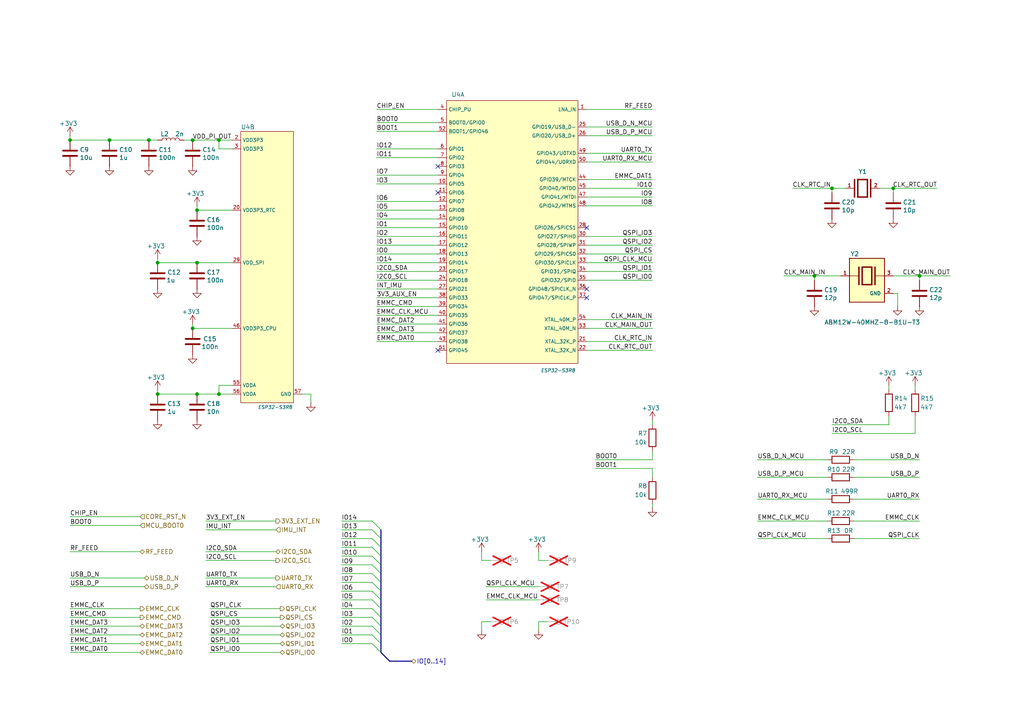
<source format=kicad_sch>
(kicad_sch (version 20250114) (generator "eeschema") (generator_version "9.0")
  (paper "A4")
  (lib_symbols
    (symbol "ADA_lib:ESP32-S3FH4R2"
      (property "Reference" "U" (at -17.272 40.132 0))
      (property "Value" "ESP32-S3FH4R2" (at 11.43 -41.91 0))
      (symbol "ESP32-S3FH4R2_1_0"
        (pin input line (at -21.59 35.56 0) (length 2.54) (name "CHIP_PU") (number "4"))
        (pin bidirectional line (at -21.59 31.75 0) (length 2.54) (name "BOOT0/GPIO0") (number "5"))
        (pin bidirectional line (at -21.59 29.21 0) (length 2.54) (name "BOOT1/GPIO46") (number "52"))
        (pin bidirectional line (at -21.59 24.13 0) (length 2.54) (name "GPIO1") (number "6"))
        (pin bidirectional line (at -21.59 21.59 0) (length 2.54) (name "GPIO2") (number "7"))
        (pin bidirectional line (at -21.59 19.05 0) (length 2.54) (name "GPIO3") (number "8"))
        (pin bidirectional line (at -21.59 16.51 0) (length 2.54) (name "GPIO4") (number "9"))
        (pin bidirectional line (at -21.59 13.97 0) (length 2.54) (name "GPIO5") (number "10"))
        (pin bidirectional line (at -21.59 11.43 0) (length 2.54) (name "GPIO6") (number "11"))
        (pin bidirectional line (at -21.59 8.89 0) (length 2.54) (name "GPIO7") (number "12"))
        (pin bidirectional line (at -21.59 6.35 0) (length 2.54) (name "GPIO8") (number "13"))
        (pin bidirectional line (at -21.59 3.81 0) (length 2.54) (name "GPIO9") (number "14"))
        (pin bidirectional line (at -21.59 1.27 0) (length 2.54) (name "GPIO10") (number "15"))
        (pin bidirectional line (at -21.59 -1.27 0) (length 2.54) (name "GPIO11") (number "16"))
        (pin bidirectional line (at -21.59 -3.81 0) (length 2.54) (name "GPIO12") (number "17"))
        (pin bidirectional line (at -21.59 -6.35 0) (length 2.54) (name "GPIO13") (number "18"))
        (pin bidirectional line (at -21.59 -8.89 0) (length 2.54) (name "GPIO14") (number "19"))
        (pin bidirectional line (at -21.59 -11.43 0) (length 2.54) (name "GPIO17") (number "23"))
        (pin bidirectional line (at -21.59 -13.97 0) (length 2.54) (name "GPIO18") (number "24"))
        (pin bidirectional line (at -21.59 -16.51 0) (length 2.54) (name "GPIO21") (number "27"))
        (pin bidirectional line (at -21.59 -19.05 0) (length 2.54) (name "GPIO33") (number "38"))
        (pin bidirectional line (at -21.59 -21.59 0) (length 2.54) (name "GPIO34") (number "39"))
        (pin bidirectional line (at -21.59 -24.13 0) (length 2.54) (name "GPIO35") (number "40"))
        (pin bidirectional line (at -21.59 -26.67 0) (length 2.54) (name "GPIO36") (number "41"))
        (pin bidirectional line (at -21.59 -29.21 0) (length 2.54) (name "GPIO37") (number "42"))
        (pin bidirectional line (at -21.59 -31.75 0) (length 2.54) (name "GPIO38") (number "43"))
        (pin bidirectional line (at -21.59 -34.29 0) (length 2.54) (name "GPIO45") (number "51"))
        (pin bidirectional line (at 21.59 35.56 180) (length 2.54) (name "LNA_IN") (number "1"))
        (pin bidirectional line (at 21.59 30.48 180) (length 2.54) (name "GPIO19/USB_D-") (number "25"))
        (pin bidirectional line (at 21.59 27.94 180) (length 2.54) (name "GPIO20/USB_D+") (number "26"))
        (pin bidirectional line (at 21.59 22.86 180) (length 2.54) (name "GPIO43/U0TXD") (number "49"))
        (pin bidirectional line (at 21.59 20.32 180) (length 2.54) (name "GPIO44/U0RXD") (number "50"))
        (pin bidirectional line (at 21.59 15.24 180) (length 2.54) (name "GPIO39/MTCK") (number "44"))
        (pin bidirectional line (at 21.59 12.7 180) (length 2.54) (name "GPIO40/MTDO") (number "45"))
        (pin bidirectional line (at 21.59 10.16 180) (length 2.54) (name "GPIO41/MTDI") (number "47"))
        (pin bidirectional line (at 21.59 7.62 180) (length 2.54) (name "GPIO42/MTMS") (number "48"))
        (pin bidirectional line (at 21.59 1.27 180) (length 2.54) (name "GPIO26/SPICS1") (number "28"))
        (pin bidirectional line (at 21.59 -1.27 180) (length 2.54) (name "GPIO27/SPIHD") (number "30"))
        (pin bidirectional line (at 21.59 -3.81 180) (length 2.54) (name "GPIO28/SPIWP") (number "31"))
        (pin bidirectional line (at 21.59 -6.35 180) (length 2.54) (name "GPIO29/SPICS0") (number "32"))
        (pin bidirectional line (at 21.59 -8.89 180) (length 2.54) (name "GPIO30/SPICLK") (number "33"))
        (pin bidirectional line (at 21.59 -11.43 180) (length 2.54) (name "GPIO31/SPIQ") (number "34"))
        (pin bidirectional line (at 21.59 -13.97 180) (length 2.54) (name "GPIO32/SPID") (number "35"))
        (pin bidirectional line (at 21.59 -16.51 180) (length 2.54) (name "GPIO48/SPICLK_N") (number "36"))
        (pin bidirectional line (at 21.59 -19.05 180) (length 2.54) (name "GPIO47/SPICLK_P") (number "37"))
        (pin input line (at 21.59 -25.4 180) (length 2.54) (name "XTAL_40M_P") (number "54"))
        (pin output line (at 21.59 -27.94 180) (length 2.54) (name "XTAL_40M_N") (number "53"))
        (pin bidirectional line (at 21.59 -31.75 180) (length 2.54) (name "XTAL_32K_P") (number "21"))
        (pin bidirectional line (at 21.59 -34.29 180) (length 2.54) (name "XTAL_32K_N") (number "22"))
      )
      (symbol "ESP32-S3FH4R2_1_1"
        (rectangle (start -19.05 38.1) (end 19.05 -38.1) (fill (type background)))
      )
      (symbol "ESP32-S3FH4R2_2_0"
        (pin power_in line (at -10.16 36.83 0) (length 2.54) (name "VDD3P3") (number "2"))
        (pin power_in line (at -10.16 34.29 0) (length 2.54) (name "VDD3P3") (number "3"))
        (pin power_in line (at -10.16 16.51 0) (length 2.54) (name "VDD3P3_RTC") (number "20"))
        (pin power_in line (at -10.16 1.27 0) (length 2.54) (name "VDD_SPI") (number "29"))
        (pin power_in line (at -10.16 -17.78 0) (length 2.54) (name "VDD3P3_CPU") (number "46"))
        (pin power_in line (at -10.16 -34.29 0) (length 2.54) (name "VDDA") (number "55"))
        (pin power_in line (at -10.16 -36.83 0) (length 2.54) (name "VDDA") (number "56"))
        (pin power_in line (at 10.16 -36.83 180) (length 2.54) (name "GND") (number "57"))
      )
      (symbol "ESP32-S3FH4R2_2_1"
        (rectangle (start -7.62 39.37) (end 7.62 -39.37) (fill (type background)))
      )
    )
    (symbol "Device:C" (pin_numbers (hide yes)) (pin_names (offset 0.254))
      (property "Reference" "C" (at 0.635 2.54 0))
      (property "Value" "C" (at 0.635 -2.54 0))
      (symbol "C_0_1"
        (polyline (pts (xy -2.032 0.762) (xy 2.032 0.762)) (stroke (width 0.508)))
        (polyline (pts (xy -2.032 -0.762) (xy 2.032 -0.762)) (stroke (width 0.508)))
      )
      (symbol "C_1_1"
        (pin passive line (at 0 3.81 270) (length 2.794) (name "~") (number "1"))
        (pin passive line (at 0 -3.81 90) (length 2.794) (name "~") (number "2"))
      )
    )
    (symbol "Device:L" (pin_numbers (hide yes)) (pin_names (offset 1.016) (hide yes))
      (property "Reference" "L" (at -1.27 0 90))
      (property "Value" "L" (at 1.905 0 90))
      (symbol "L_0_1"
        (arc (start 0 2.54) (mid 0.6323 1.905) (end 0 1.27))
        (arc (start 0 1.27) (mid 0.6323 0.635) (end 0 0))
        (arc (start 0 0) (mid 0.6323 -0.635) (end 0 -1.27))
        (arc (start 0 -1.27) (mid 0.6323 -1.905) (end 0 -2.54))
      )
      (symbol "L_1_1"
        (pin passive line (at 0 3.81 270) (length 1.27) (name "1") (number "1"))
        (pin passive line (at 0 -3.81 90) (length 1.27) (name "2") (number "2"))
      )
    )
    (symbol "Device:R" (pin_numbers (hide yes)) (pin_names (offset 0))
      (property "Reference" "R" (at 2.032 0 90))
      (property "Value" "R" (at 0 0 90))
      (symbol "R_0_1"
        (rectangle (start -1.016 -2.54) (end 1.016 2.54) (stroke (width 0.254)))
      )
      (symbol "R_1_1"
        (pin passive line (at 0 3.81 270) (length 1.27) (name "~") (number "1"))
        (pin passive line (at 0 -3.81 90) (length 1.27) (name "~") (number "2"))
      )
    )
    (symbol "ModLib:+3V3" (power) (pin_numbers (hide yes)) (pin_names (offset 0) (hide yes))
      (property "Value" "+3V3" (at -0.508 3.556 0))
      (symbol "+3V3_0_1"
        (polyline (pts (xy -0.762 1.27) (xy 0 2.54)))
        (polyline (pts (xy 0 2.54) (xy 0.762 1.27)))
        (polyline (pts (xy 0 0) (xy 0 2.54)))
      )
      (symbol "+3V3_1_1"
        (pin power_in line (at 0 0 90) (length 0) (name "~") (number "1"))
      )
    )
    (symbol "ModLib:GND" (power) (pin_numbers (hide yes)) (pin_names (offset 0) (hide yes))
      (symbol "GND_0_1"
        (polyline (pts (xy 0 0) (xy 0 -1.27) (xy 1.27 -1.27) (xy 0 -2.54) (xy -1.27 -1.27) (xy 0 -1.27)))
      )
      (symbol "GND_1_1"
        (pin power_in line (at 0 0 270) (length 0) (name "~") (number "1"))
      )
    )
    (symbol "ModWorksSymbols:ABM12W-40.0000MHZ-8-B1U-T3" (pin_names (offset 1.016))
      (property "Reference" "Y" (at -5.0878 6.3559 0))
      (property "Value" "ABM12W-40.0000MHZ-8-B1U-T3" (at -11.938 -10.668 0))
      (symbol "ABM12W-40.0000MHZ-8-B1U-T3_0_0"
        (polyline (pts (xy -5.08 0) (xy -2.54 0)) (stroke (width 0.1524)))
        (rectangle (start -5.08 -7.62) (end 5.08 5.08) (stroke (width 0.254)) (fill (type background)))
        (polyline (pts (xy -2.3368 2.54) (xy -2.3368 -2.54)) (stroke (width 0.4064)))
        (polyline (pts (xy -1.397 2.54) (xy -1.397 -2.54)) (stroke (width 0.4064)))
        (polyline (pts (xy -1.397 2.54) (xy 1.397 2.54)) (stroke (width 0.4064)))
        (polyline (pts (xy 1.397 2.54) (xy 1.397 -2.54)) (stroke (width 0.4064)))
        (polyline (pts (xy 1.397 -2.54) (xy -1.397 -2.54)) (stroke (width 0.4064)))
        (polyline (pts (xy 2.3368 2.54) (xy 2.3368 -2.54)) (stroke (width 0.4064)))
        (polyline (pts (xy 2.54 0) (xy 5.08 0)) (stroke (width 0.1524)))
        (pin passive line (at -7.62 0 0) (length 2.54) (name "~") (number "1"))
        (pin passive line (at 7.62 0 180) (length 2.54) (name "~") (number "3"))
        (pin power_in line (at 7.62 -5.08 180) (length 2.54) (name "GND") (number "2"))
        (pin power_in line (at 7.62 -5.08 180) (length 2.54) (hide yes) (name "GND__1") (number "4"))
      )
    )
    (symbol "ModWorksSymbols:ABS07-32.768KHZ-T" (pin_names (offset 1.016))
      (property "Reference" "Y" (at -5.0878 3.8159 0))
      (property "Value" "ABS07-32.768KHZ-T" (at -7.62 -5.08 0))
      (symbol "ABS07-32.768KHZ-T_0_0"
        (polyline (pts (xy -2.3368 2.54) (xy -2.3368 -2.54)) (stroke (width 0.4064)))
        (polyline (pts (xy -1.397 2.54) (xy -1.397 -2.54)) (stroke (width 0.4064)))
        (polyline (pts (xy -1.397 2.54) (xy 1.397 2.54)) (stroke (width 0.4064)))
        (polyline (pts (xy 1.397 2.54) (xy 1.397 -2.54)) (stroke (width 0.4064)))
        (polyline (pts (xy 1.397 -2.54) (xy -1.397 -2.54)) (stroke (width 0.4064)))
        (polyline (pts (xy 2.3368 2.54) (xy 2.3368 -2.54)) (stroke (width 0.4064)))
        (pin passive line (at -5.08 0 0) (length 2.54) (name "~") (number "1"))
        (pin passive line (at 5.08 0 180) (length 2.54) (name "~") (number "2"))
      )
    )
    (symbol "ModWorksSymbols:TestPointPad" (pin_numbers (hide yes)) (pin_names (offset 0.762) (hide yes))
      (property "Reference" "TP" (at 0 6.858 0))
      (property "Value" "TestPointPad" (at 0 5.08 0))
      (symbol "TestPointPad_0_1"
        (circle (center 0 3.302) (radius 0.762))
      )
      (symbol "TestPointPad_1_1"
        (pin passive line (at 0 0 90) (length 2.54) (name "1") (number "1"))
      )
    )
  )
  (junction (at 43.18 40.64))
  (junction (at 63.5 114.3))
  (junction (at 55.88 40.64))
  (junction (at 31.75 40.64))
  (junction (at 57.15 60.96))
  (junction (at 63.5 40.64))
  (junction (at 259.08 54.61))
  (junction (at 20.32 40.64))
  (junction (at 57.15 114.3))
  (junction (at 241.3 54.61))
  (junction (at 57.15 76.2))
  (junction (at 55.88 95.25))
  (junction (at 45.72 114.3))
  (junction (at 45.72 76.2))
  (junction (at 266.7 80.01))
  (junction (at 236.22 80.01))
  (no_connect (at 170.18 86.36))
  (no_connect (at 127 48.26))
  (no_connect (at 170.18 66.04))
  (no_connect (at 170.18 83.82))
  (no_connect (at 127 55.88))
  (no_connect (at 127 101.6))
  (bus_entry (at 110.49 176.53) (size -2.54 -2.54))
  (bus_entry (at 110.49 163.83) (size -2.54 -2.54))
  (bus_entry (at 110.49 184.15) (size -2.54 -2.54))
  (bus_entry (at 110.49 186.69) (size -2.54 -2.54))
  (bus_entry (at 110.49 173.99) (size -2.54 -2.54))
  (bus_entry (at 110.49 161.29) (size -2.54 -2.54))
  (bus_entry (at 110.49 168.91) (size -2.54 -2.54))
  (bus_entry (at 110.49 158.75) (size -2.54 -2.54))
  (bus_entry (at 110.49 166.37) (size -2.54 -2.54))
  (bus_entry (at 110.49 189.23) (size -2.54 -2.54))
  (bus_entry (at 110.49 181.61) (size -2.54 -2.54))
  (bus_entry (at 110.49 153.67) (size -2.54 -2.54))
  (bus_entry (at 110.49 156.21) (size -2.54 -2.54))
  (bus_entry (at 110.49 171.45) (size -2.54 -2.54))
  (bus_entry (at 110.49 179.07) (size -2.54 -2.54))
  (wire (pts (xy 266.7 138.43) (xy 247.65 138.43)))
  (wire (pts (xy 99.06 153.67) (xy 107.95 153.67)))
  (wire (pts (xy 236.22 80.01) (xy 236.22 81.28)))
  (wire (pts (xy 45.72 76.2) (xy 57.15 76.2)))
  (wire (pts (xy 170.18 76.2) (xy 189.23 76.2)))
  (wire (pts (xy 189.23 99.06) (xy 170.18 99.06)))
  (wire (pts (xy 109.22 71.12) (xy 127 71.12)))
  (wire (pts (xy 189.23 133.35) (xy 172.72 133.35)))
  (wire (pts (xy 63.5 43.18) (xy 67.31 43.18)))
  (wire (pts (xy 81.28 189.23) (xy 60.96 189.23)))
  (wire (pts (xy 90.17 114.3) (xy 90.17 116.84)))
  (wire (pts (xy 189.23 52.07) (xy 170.18 52.07)))
  (wire (pts (xy 109.22 76.2) (xy 127 76.2)))
  (wire (pts (xy 109.22 88.9) (xy 127 88.9)))
  (bus (pts (xy 110.49 184.15) (xy 110.49 186.69)))
  (wire (pts (xy 99.06 173.99) (xy 107.95 173.99)))
  (wire (pts (xy 189.23 73.66) (xy 170.18 73.66)))
  (wire (pts (xy 99.06 151.13) (xy 107.95 151.13)))
  (wire (pts (xy 109.22 31.75) (xy 127 31.75)))
  (wire (pts (xy 109.22 96.52) (xy 127 96.52)))
  (wire (pts (xy 45.72 74.93) (xy 45.72 76.2)))
  (wire (pts (xy 81.28 179.07) (xy 60.96 179.07)))
  (bus (pts (xy 110.49 158.75) (xy 110.49 161.29)))
  (wire (pts (xy 109.22 68.58) (xy 127 68.58)))
  (wire (pts (xy 55.88 95.25) (xy 67.31 95.25)))
  (wire (pts (xy 59.69 151.13) (xy 80.01 151.13)))
  (wire (pts (xy 59.69 153.67) (xy 80.01 153.67)))
  (wire (pts (xy 81.28 176.53) (xy 60.96 176.53)))
  (wire (pts (xy 107.95 184.15) (xy 99.06 184.15)))
  (wire (pts (xy 260.35 85.09) (xy 259.08 85.09)))
  (wire (pts (xy 63.5 111.76) (xy 63.5 114.3)))
  (wire (pts (xy 63.5 40.64) (xy 63.5 43.18)))
  (wire (pts (xy 189.23 71.12) (xy 170.18 71.12)))
  (wire (pts (xy 259.08 54.61) (xy 271.78 54.61)))
  (wire (pts (xy 40.64 176.53) (xy 20.32 176.53)))
  (wire (pts (xy 99.06 163.83) (xy 107.95 163.83)))
  (wire (pts (xy 266.7 151.13) (xy 247.65 151.13)))
  (wire (pts (xy 189.23 92.71) (xy 170.18 92.71)))
  (wire (pts (xy 107.95 168.91) (xy 99.06 168.91)))
  (wire (pts (xy 259.08 54.61) (xy 259.08 55.88)))
  (bus (pts (xy 119.38 191.77) (xy 113.03 191.77)))
  (bus (pts (xy 110.49 163.83) (xy 110.49 166.37)))
  (wire (pts (xy 139.7 160.02) (xy 139.7 162.56)))
  (wire (pts (xy 109.22 66.04) (xy 127 66.04)))
  (wire (pts (xy 109.22 50.8) (xy 127 50.8)))
  (wire (pts (xy 189.23 44.45) (xy 170.18 44.45)))
  (wire (pts (xy 265.43 125.73) (xy 265.43 120.65)))
  (wire (pts (xy 109.22 86.36) (xy 127 86.36)))
  (wire (pts (xy 266.7 80.01) (xy 266.7 81.28)))
  (wire (pts (xy 241.3 54.61) (xy 241.3 55.88)))
  (wire (pts (xy 57.15 60.96) (xy 67.31 60.96)))
  (wire (pts (xy 99.06 181.61) (xy 107.95 181.61)))
  (wire (pts (xy 266.7 156.21) (xy 247.65 156.21)))
  (wire (pts (xy 20.32 160.02) (xy 40.64 160.02)))
  (wire (pts (xy 189.23 121.92) (xy 189.23 123.19)))
  (wire (pts (xy 189.23 78.74) (xy 170.18 78.74)))
  (wire (pts (xy 40.64 179.07) (xy 20.32 179.07)))
  (wire (pts (xy 81.28 181.61) (xy 60.96 181.61)))
  (wire (pts (xy 158.75 180.34) (xy 156.21 180.34)))
  (wire (pts (xy 99.06 158.75) (xy 107.95 158.75)))
  (wire (pts (xy 189.23 68.58) (xy 170.18 68.58)))
  (bus (pts (xy 110.49 168.91) (xy 110.49 171.45)))
  (wire (pts (xy 255.27 54.61) (xy 259.08 54.61)))
  (wire (pts (xy 63.5 114.3) (xy 67.31 114.3)))
  (wire (pts (xy 241.3 54.61) (xy 245.11 54.61)))
  (wire (pts (xy 40.64 189.23) (xy 20.32 189.23)))
  (wire (pts (xy 109.22 53.34) (xy 127 53.34)))
  (wire (pts (xy 109.22 83.82) (xy 127 83.82)))
  (wire (pts (xy 229.87 54.61) (xy 241.3 54.61)))
  (wire (pts (xy 20.32 40.64) (xy 31.75 40.64)))
  (bus (pts (xy 110.49 179.07) (xy 110.49 181.61)))
  (wire (pts (xy 107.95 161.29) (xy 99.06 161.29)))
  (bus (pts (xy 110.49 171.45) (xy 110.49 173.99)))
  (wire (pts (xy 109.22 43.18) (xy 127 43.18)))
  (wire (pts (xy 219.71 138.43) (xy 240.03 138.43)))
  (wire (pts (xy 247.65 144.78) (xy 266.7 144.78)))
  (wire (pts (xy 40.64 152.4) (xy 20.32 152.4)))
  (wire (pts (xy 99.06 186.69) (xy 107.95 186.69)))
  (wire (pts (xy 57.15 59.69) (xy 57.15 60.96)))
  (wire (pts (xy 109.22 38.1) (xy 127 38.1)))
  (wire (pts (xy 109.22 91.44) (xy 127 91.44)))
  (wire (pts (xy 140.97 173.99) (xy 156.21 173.99)))
  (wire (pts (xy 170.18 36.83) (xy 189.23 36.83)))
  (wire (pts (xy 45.72 113.03) (xy 45.72 114.3)))
  (bus (pts (xy 110.49 189.23) (xy 113.03 191.77)))
  (wire (pts (xy 189.23 135.89) (xy 189.23 138.43)))
  (wire (pts (xy 219.71 133.35) (xy 240.03 133.35)))
  (wire (pts (xy 20.32 39.37) (xy 20.32 40.64)))
  (bus (pts (xy 110.49 161.29) (xy 110.49 163.83)))
  (wire (pts (xy 40.64 149.86) (xy 20.32 149.86)))
  (wire (pts (xy 87.63 114.3) (xy 90.17 114.3)))
  (wire (pts (xy 109.22 45.72) (xy 127 45.72)))
  (wire (pts (xy 99.06 166.37) (xy 107.95 166.37)))
  (wire (pts (xy 57.15 114.3) (xy 63.5 114.3)))
  (wire (pts (xy 57.15 76.2) (xy 67.31 76.2)))
  (wire (pts (xy 219.71 156.21) (xy 240.03 156.21)))
  (wire (pts (xy 189.23 59.69) (xy 170.18 59.69)))
  (wire (pts (xy 170.18 39.37) (xy 189.23 39.37)))
  (wire (pts (xy 41.91 167.64) (xy 20.32 167.64)))
  (wire (pts (xy 139.7 180.34) (xy 139.7 182.88)))
  (wire (pts (xy 227.33 80.01) (xy 236.22 80.01)))
  (wire (pts (xy 156.21 160.02) (xy 156.21 162.56)))
  (wire (pts (xy 266.7 80.01) (xy 275.59 80.01)))
  (wire (pts (xy 43.18 40.64) (xy 45.72 40.64)))
  (wire (pts (xy 109.22 35.56) (xy 127 35.56)))
  (wire (pts (xy 189.23 57.15) (xy 170.18 57.15)))
  (wire (pts (xy 189.23 101.6) (xy 170.18 101.6)))
  (wire (pts (xy 53.34 40.64) (xy 55.88 40.64)))
  (wire (pts (xy 109.22 78.74) (xy 127 78.74)))
  (wire (pts (xy 55.88 40.64) (xy 63.5 40.64)))
  (wire (pts (xy 109.22 81.28) (xy 127 81.28)))
  (bus (pts (xy 110.49 181.61) (xy 110.49 184.15)))
  (wire (pts (xy 265.43 111.76) (xy 265.43 113.03)))
  (wire (pts (xy 81.28 184.15) (xy 60.96 184.15)))
  (wire (pts (xy 236.22 80.01) (xy 243.84 80.01)))
  (wire (pts (xy 99.06 179.07) (xy 107.95 179.07)))
  (wire (pts (xy 139.7 162.56) (xy 142.24 162.56)))
  (bus (pts (xy 110.49 173.99) (xy 110.49 176.53)))
  (wire (pts (xy 189.23 146.05) (xy 189.23 147.32)))
  (wire (pts (xy 257.81 123.19) (xy 257.81 120.65)))
  (wire (pts (xy 109.22 73.66) (xy 127 73.66)))
  (wire (pts (xy 189.23 95.25) (xy 170.18 95.25)))
  (wire (pts (xy 40.64 181.61) (xy 20.32 181.61)))
  (wire (pts (xy 189.23 31.75) (xy 170.18 31.75)))
  (wire (pts (xy 40.64 186.69) (xy 20.32 186.69)))
  (wire (pts (xy 40.64 184.15) (xy 20.32 184.15)))
  (bus (pts (xy 110.49 153.67) (xy 110.49 156.21)))
  (wire (pts (xy 189.23 133.35) (xy 189.23 130.81)))
  (wire (pts (xy 63.5 40.64) (xy 67.31 40.64)))
  (wire (pts (xy 41.91 170.18) (xy 20.32 170.18)))
  (wire (pts (xy 109.22 99.06) (xy 127 99.06)))
  (bus (pts (xy 110.49 186.69) (xy 110.49 189.23)))
  (wire (pts (xy 259.08 80.01) (xy 266.7 80.01)))
  (wire (pts (xy 63.5 111.76) (xy 67.31 111.76)))
  (wire (pts (xy 142.24 180.34) (xy 139.7 180.34)))
  (wire (pts (xy 219.71 151.13) (xy 240.03 151.13)))
  (wire (pts (xy 99.06 171.45) (xy 107.95 171.45)))
  (wire (pts (xy 156.21 162.56) (xy 158.75 162.56)))
  (wire (pts (xy 109.22 58.42) (xy 127 58.42)))
  (wire (pts (xy 109.22 93.98) (xy 127 93.98)))
  (wire (pts (xy 109.22 60.96) (xy 127 60.96)))
  (wire (pts (xy 241.3 123.19) (xy 257.81 123.19)))
  (wire (pts (xy 189.23 81.28) (xy 170.18 81.28)))
  (wire (pts (xy 140.97 170.18) (xy 156.21 170.18)))
  (wire (pts (xy 80.01 160.02) (xy 59.69 160.02)))
  (wire (pts (xy 81.28 186.69) (xy 60.96 186.69)))
  (wire (pts (xy 189.23 135.89) (xy 172.72 135.89)))
  (bus (pts (xy 110.49 156.21) (xy 110.49 158.75)))
  (wire (pts (xy 80.01 170.18) (xy 59.69 170.18)))
  (wire (pts (xy 266.7 133.35) (xy 247.65 133.35)))
  (wire (pts (xy 80.01 162.56) (xy 59.69 162.56)))
  (wire (pts (xy 156.21 180.34) (xy 156.21 182.88)))
  (bus (pts (xy 110.49 176.53) (xy 110.49 179.07)))
  (wire (pts (xy 170.18 46.99) (xy 189.23 46.99)))
  (wire (pts (xy 241.3 125.73) (xy 265.43 125.73)))
  (wire (pts (xy 80.01 167.64) (xy 59.69 167.64)))
  (bus (pts (xy 110.49 166.37) (xy 110.49 168.91)))
  (wire (pts (xy 31.75 40.64) (xy 43.18 40.64)))
  (wire (pts (xy 107.95 176.53) (xy 99.06 176.53)))
  (wire (pts (xy 219.71 144.78) (xy 240.03 144.78)))
  (wire (pts (xy 257.81 111.76) (xy 257.81 113.03)))
  (wire (pts (xy 45.72 114.3) (xy 57.15 114.3)))
  (wire (pts (xy 189.23 54.61) (xy 170.18 54.61)))
  (wire (pts (xy 260.35 88.9) (xy 260.35 85.09)))
  (wire (pts (xy 99.06 156.21) (xy 107.95 156.21)))
  (wire (pts (xy 55.88 93.98) (xy 55.88 95.25)))
  (wire (pts (xy 109.22 63.5) (xy 127 63.5)))
  (label "IO7" (at 99.06 168.91 0))
  (label "CLK_RTC_OUT" (at 271.78 54.61 180))
  (label "IO13" (at 109.22 71.12 0))
  (label "IO3" (at 99.06 179.07 0))
  (label "IO11" (at 109.22 45.72 0))
  (label "QSPI_CS" (at 189.23 73.66 180))
  (label "CLK_MAIN_OUT" (at 275.59 80.01 180))
  (label "IO12" (at 109.22 43.18 0))
  (label "USB_D_P_MCU" (at 189.23 39.37 180))
  (label "BOOT0" (at 172.72 133.35 0))
  (label "EMMC_DAT3" (at 109.22 96.52 0))
  (label "QSPI_IO2" (at 189.23 71.12 180))
  (label "IO3" (at 109.22 53.34 0))
  (label "IO5" (at 109.22 60.96 0))
  (label "EMMC_DAT0" (at 109.22 99.06 0))
  (label "QSPI_IO0" (at 189.23 81.28 180))
  (label "USB_D_N" (at 20.32 167.64 0) (effects (font (thickness 0.1588))))
  (label "UART0_RX" (at 59.69 170.18 0))
  (label "QSPI_IO3" (at 189.23 68.58 180))
  (label "EMMC_CLK_MCU" (at 219.71 151.13 0))
  (label "IO0" (at 109.22 73.66 0))
  (label "IO12" (at 99.06 156.21 0))
  (label "USB_D_P" (at 20.32 170.18 0) (effects (font (thickness 0.1588))))
  (label "QSPI_CLK_MCU" (at 140.97 170.18 0))
  (label "EMMC_CMD" (at 20.32 179.07 0))
  (label "EMMC_DAT1" (at 20.32 186.69 0))
  (label "CLK_RTC_OUT" (at 189.23 101.6 180))
  (label "IO1" (at 109.22 66.04 0))
  (label "EMMC_DAT3" (at 20.32 181.61 0))
  (label "QSPI_IO2" (at 60.96 184.15 0))
  (label "CLK_RTC_IN" (at 229.87 54.61 0))
  (label "QSPI_IO0" (at 60.96 189.23 0))
  (label "IO9" (at 189.23 57.15 180))
  (label "IO2" (at 99.06 181.61 0))
  (label "IO1" (at 99.06 184.15 0))
  (label "QSPI_CLK_MCU" (at 189.23 76.2 180))
  (label "IO10" (at 99.06 161.29 0))
  (label "I2C0_SCL" (at 241.3 125.73 0))
  (label "IO13" (at 99.06 153.67 0))
  (label "USB_D_P_MCU" (at 219.71 138.43 0))
  (label "QSPI_IO1" (at 60.96 186.69 0))
  (label "IO2" (at 109.22 68.58 0))
  (label "UART0_RX_MCU" (at 219.71 144.78 0))
  (label "QSPI_CLK" (at 266.7 156.21 180))
  (label "CHIP_EN" (at 109.22 31.75 0))
  (label "EMMC_CLK_MCU" (at 109.22 91.44 0))
  (label "I2C0_SCL" (at 59.69 162.56 0))
  (label "IO14" (at 109.22 76.2 0))
  (label "CLK_MAIN_IN" (at 227.33 80.01 0))
  (label "CLK_MAIN_IN" (at 189.23 92.71 180))
  (label "I2C0_SDA" (at 241.3 123.19 0))
  (label "IO6" (at 99.06 171.45 0))
  (label "I2C0_SDA" (at 59.69 160.02 0))
  (label "IO7" (at 109.22 50.8 0))
  (label "UART0_TX" (at 59.69 167.64 0))
  (label "IO0" (at 99.06 186.69 0))
  (label "CHIP_EN" (at 20.32 149.86 0))
  (label "RF_FEED" (at 20.32 160.02 0))
  (label "UART0_TX" (at 189.23 44.45 180))
  (label "IO11" (at 99.06 158.75 0))
  (label "USB_D_N" (at 266.7 133.35 180) (effects (font (thickness 0.1588))))
  (label "3V3_AUX_EN" (at 109.22 86.36 0))
  (label "3V3_EXT_EN" (at 59.69 151.13 0))
  (label "CLK_RTC_IN" (at 189.23 99.06 180))
  (label "USB_D_N_MCU" (at 189.23 36.83 180))
  (label "RF_FEED" (at 189.23 31.75 180))
  (label "EMMC_CLK" (at 20.32 176.53 0))
  (label "INT_IMU" (at 109.22 83.82 0))
  (label "UART0_RX_MCU" (at 189.23 46.99 180))
  (label "IO4" (at 109.22 63.5 0))
  (label "USB_D_N_MCU" (at 219.71 133.35 0))
  (label "EMMC_DAT2" (at 20.32 184.15 0))
  (label "BOOT0" (at 20.32 152.4 0))
  (label "QSPI_CLK" (at 60.96 176.53 0))
  (label "I2C0_SDA" (at 109.22 78.74 0))
  (label "EMMC_DAT1" (at 189.23 52.07 180))
  (label "I2C0_SCL" (at 109.22 81.28 0))
  (label "CLK_MAIN_OUT" (at 189.23 95.25 180))
  (label "IO10" (at 189.23 54.61 180))
  (label "QSPI_CLK_MCU" (at 219.71 156.21 0))
  (label "IO8" (at 189.23 59.69 180))
  (label "EMMC_DAT2" (at 109.22 93.98 0))
  (label "EMMC_CLK_MCU" (at 140.97 173.99 0))
  (label "EMMC_CLK" (at 266.7 151.13 180))
  (label "QSPI_IO1" (at 189.23 78.74 180))
  (label "VDD_PI_OUT" (at 55.88 40.64 0))
  (label "IO9" (at 99.06 163.83 0))
  (label "UART0_RX" (at 266.7 144.78 180))
  (label "EMMC_DAT0" (at 20.32 189.23 0))
  (label "IO4" (at 99.06 176.53 0))
  (label "IO14" (at 99.06 151.13 0))
  (label "BOOT0" (at 109.22 35.56 0))
  (label "QSPI_IO3" (at 60.96 181.61 0))
  (label "IO5" (at 99.06 173.99 0))
  (label "USB_D_P" (at 266.7 138.43 180) (effects (font (thickness 0.1588))))
  (label "IO8" (at 99.06 166.37 0))
  (label "QSPI_CS" (at 60.96 179.07 0))
  (label "IMU_INT" (at 59.69 153.67 0))
  (label "BOOT1" (at 109.22 38.1 0))
  (label "IO6" (at 109.22 58.42 0))
  (label "EMMC_CMD" (at 109.22 88.9 0))
  (label "BOOT1" (at 172.72 135.89 0))
  (hierarchical_label "IMU_INT" (shape input) (at 80.01 153.67 0))
  (hierarchical_label "QSPI_IO0" (shape bidirectional) (at 81.28 189.23 0))
  (hierarchical_label "QSPI_IO1" (shape bidirectional) (at 81.28 186.69 0))
  (hierarchical_label "QSPI_IO3" (shape bidirectional) (at 81.28 181.61 0))
  (hierarchical_label "3V3_EXT_EN" (shape output) (at 80.01 151.13 0))
  (hierarchical_label "EMMC_DAT1" (shape bidirectional) (at 40.64 186.69 0))
  (hierarchical_label "QSPI_CLK" (shape output) (at 81.28 176.53 0))
  (hierarchical_label "USB_D_N" (shape bidirectional) (at 41.91 167.64 0))
  (hierarchical_label "CORE_RST_N" (shape input) (at 40.64 149.86 0))
  (hierarchical_label "QSPI_IO2" (shape bidirectional) (at 81.28 184.15 0))
  (hierarchical_label "UART0_TX" (shape output) (at 80.01 167.64 0))
  (hierarchical_label "I2C0_SDA" (shape bidirectional) (at 80.01 160.02 0))
  (hierarchical_label "UART0_RX" (shape input) (at 80.01 170.18 0))
  (hierarchical_label "EMMC_CMD" (shape output) (at 40.64 179.07 0))
  (hierarchical_label "IO[0..14]" (shape bidirectional) (at 119.38 191.77 0))
  (hierarchical_label "RF_FEED" (shape bidirectional) (at 40.64 160.02 0))
  (hierarchical_label "EMMC_CLK" (shape output) (at 40.64 176.53 0))
  (hierarchical_label "QSPI_CS" (shape output) (at 81.28 179.07 0))
  (hierarchical_label "EMMC_DAT2" (shape bidirectional) (at 40.64 184.15 0))
  (hierarchical_label "MCU_BOOT0" (shape input) (at 40.64 152.4 0))
  (hierarchical_label "USB_D_P" (shape bidirectional) (at 41.91 170.18 0))
  (hierarchical_label "EMMC_DAT3" (shape bidirectional) (at 40.64 181.61 0))
  (hierarchical_label "EMMC_DAT0" (shape bidirectional) (at 40.64 189.23 0))
  (hierarchical_label "I2C0_SCL" (shape output) (at 80.01 162.56 0))
  (symbol (lib_id "Device:C") (at 57.15 118.11 0) (unit 1)
    (property "Reference" "C18" (at 59.944 117.094 0) (effects (justify left)))
    (property "Value" "10n" (at 59.944 119.38 0) (effects (justify left)))
    (property "Footprint" "ModWorksFootprints:C_0402_10n_MW" (effects (hide yes)))
    (property "Description" "Unpolarized capacitor" (effects (hide yes)))
  )
  (symbol (lib_id "Device:R") (at 243.84 138.43 90) (unit 1)
    (property "Reference" "R10" (at 241.808 136.144 90))
    (property "Value" "22R" (at 246.126 136.144 90))
    (property "Footprint" "ModWorksFootprints:R_0402_1005Metric_MW" (effects (hide yes)))
    (property "Description" "Resistor" (effects (hide yes)))
  )
  (symbol (lib_id "ModLib:GND") (at 20.32 48.26 0) (unit 1)
    (property "Reference" "#PWR023" (effects (hide yes)))
    (property "Value" "GND" (effects (hide yes)))
    (property "Description" "Power symbol creates a global label with name \"GND\" , ground" (effects (hide yes)))
  )
  (symbol (lib_id "ModLib:+3V3") (at 139.7 160.02 0) (mirror y) (unit 1)
    (property "Reference" "#PWR038" (effects (hide yes)))
    (property "Value" "+3V3" (at 139.192 156.464 0))
    (property "Description" "Power symbol creates a global label with name \"+3V3\"" (effects (hide yes)))
  )
  (symbol (lib_id "ModLib:GND") (at 236.22 88.9 0) (unit 1)
    (property "Reference" "#PWR044" (effects (hide yes)))
    (property "Value" "GND" (effects (hide yes)))
    (property "Description" "Power symbol creates a global label with name \"GND\" , ground" (effects (hide yes)))
  )
  (symbol (lib_id "ModLib:GND") (at 45.72 121.92 0) (unit 1)
    (property "Reference" "#PWR029" (effects (hide yes)))
    (property "Value" "GND" (effects (hide yes)))
    (property "Description" "Power symbol creates a global label with name \"GND\" , ground" (effects (hide yes)))
  )
  (symbol (lib_id "Device:R") (at 243.84 133.35 90) (unit 1)
    (property "Reference" "R9" (at 241.808 131.064 90))
    (property "Value" "22R" (at 246.126 131.064 90))
    (property "Footprint" "ModWorksFootprints:R_0402_1005Metric_MW" (effects (hide yes)))
    (property "Description" "Resistor" (effects (hide yes)))
  )
  (symbol (lib_id "ModLib:+3V3") (at 156.21 160.02 0) (mirror y) (unit 1)
    (property "Reference" "#PWR040" (effects (hide yes)))
    (property "Value" "+3V3" (at 155.702 156.464 0))
    (property "Description" "Power symbol creates a global label with name \"+3V3\"" (effects (hide yes)))
  )
  (symbol (lib_id "ModLib:+3V3") (at 20.32 39.37 0) (unit 1)
    (property "Reference" "#PWR022" (effects (hide yes)))
    (property "Value" "+3V3" (at 19.812 35.814 0))
    (property "Description" "Power symbol creates a global label with name \"+3V3\"" (effects (hide yes)))
  )
  (symbol (lib_id "Device:C") (at 266.7 85.09 0) (unit 1)
    (property "Reference" "C22" (at 269.494 84.074 0) (effects (justify left)))
    (property "Value" "12p" (at 269.494 86.36 0) (effects (justify left)))
    (property "Footprint" "ModWorksFootprints:C_0402_1005Metric_MW" (effects (hide yes)))
    (property "Description" "Unpolarized capacitor" (effects (hide yes)))
  )
  (symbol (lib_id "Device:C") (at 20.32 44.45 0) (unit 1)
    (property "Reference" "C9" (at 23.114 43.434 0) (effects (justify left)))
    (property "Value" "10u" (at 23.114 45.72 0) (effects (justify left)))
    (property "Footprint" "ModWorksFootprints:C_0805_2012Metric_MW" (effects (hide yes)))
    (property "Description" "Unpolarized capacitor" (effects (hide yes)))
  )
  (symbol (lib_id "ModWorksSymbols:ABM12W-40.0000MHZ-8-B1U-T3") (at 251.46 80.01 0) (unit 1)
    (property "Reference" "Y2" (at 247.904 73.66 0))
    (property "Value" "ABM12W-40MHZ-8-B1U-T3" (at 252.984 93.472 0))
    (property "Footprint" "ModWorksFootprints:XTAL_ABM12W-40.0000MHZ-8-B1U-T3" (effects (hide yes)))
    (property "PARTREV" "10.05.2020" (effects (hide yes)))
    (property "MANUFACTURER" "Abracon" (effects (hide yes)))
    (property "MAXIMUM_PACKAGE_HEIGHT" "0.4 mm" (effects (hide yes)))
    (property "STANDARD" "Manufacturer Recommendations" (effects (hide yes)))
  )
  (symbol (lib_id "Device:R") (at 265.43 116.84 0) (unit 1)
    (property "Reference" "R15" (at 266.954 115.57 0) (effects (justify left)))
    (property "Value" "4k7" (at 266.954 118.11 0) (effects (justify left)))
    (property "Footprint" "ModWorksFootprints:R_0402_1005Metric_MW" (effects (hide yes)))
    (property "Description" "Resistor" (effects (hide yes)))
  )
  (symbol (lib_id "ModLib:GND") (at 259.08 63.5 0) (unit 1)
    (property "Reference" "#PWR047" (effects (hide yes)))
    (property "Value" "GND" (effects (hide yes)))
    (property "Description" "Power symbol creates a global label with name \"GND\" , ground" (effects (hide yes)))
  )
  (symbol (lib_id "ModWorksSymbols:TestPointPad") (at 156.21 173.99 270) (unit 1) (in_bom no) (dnp yes)
    (property "Reference" "TP8" (at 161.29 173.99 90) (effects (justify left)))
    (property "Value" "TestPointPad" (effects (hide yes)))
    (property "Footprint" "ModWorksFootprints:TestPoint_Pad_D0.6mm_MW" (effects (hide yes)))
    (property "Description" "test point" (effects (hide yes)))
  )
  (symbol (lib_id "ModLib:GND") (at 57.15 121.92 0) (unit 1)
    (property "Reference" "#PWR036" (effects (hide yes)))
    (property "Value" "GND" (effects (hide yes)))
    (property "Description" "Power symbol creates a global label with name \"GND\" , ground" (effects (hide yes)))
  )
  (symbol (lib_id "ModWorksSymbols:TestPointPad") (at 142.24 162.56 270) (unit 1) (in_bom no) (dnp yes)
    (property "Reference" "TP5" (at 146.812 162.56 90) (effects (justify left)))
    (property "Value" "TestPointPad" (effects (hide yes)))
    (property "Footprint" "ModWorksFootprints:TestPoint_Pad_D0.8mm_MW" (effects (hide yes)))
    (property "Description" "test point" (effects (hide yes)))
  )
  (symbol (lib_id "ModLib:GND") (at 266.7 88.9 0) (unit 1)
    (property "Reference" "#PWR050" (effects (hide yes)))
    (property "Value" "GND" (effects (hide yes)))
    (property "Description" "Power symbol creates a global label with name \"GND\" , ground" (effects (hide yes)))
  )
  (symbol (lib_id "Device:C") (at 57.15 64.77 0) (unit 1)
    (property "Reference" "C16" (at 59.944 63.754 0) (effects (justify left)))
    (property "Value" "100n" (at 59.944 66.04 0) (effects (justify left)))
    (property "Footprint" "ModWorksFootprints:C_0402_100n_MW" (effects (hide yes)))
    (property "Description" "Unpolarized capacitor" (effects (hide yes)))
  )
  (symbol (lib_id "ModLib:GND") (at 55.88 102.87 0) (unit 1)
    (property "Reference" "#PWR032" (effects (hide yes)))
    (property "Value" "GND" (effects (hide yes)))
    (property "Description" "Power symbol creates a global label with name \"GND\" , ground" (effects (hide yes)))
  )
  (symbol (lib_id "ModLib:GND") (at 43.18 48.26 0) (unit 1)
    (property "Reference" "#PWR025" (effects (hide yes)))
    (property "Value" "GND" (effects (hide yes)))
    (property "Description" "Power symbol creates a global label with name \"GND\" , ground" (effects (hide yes)))
  )
  (symbol (lib_id "ModWorksSymbols:TestPointPad") (at 158.75 162.56 270) (unit 1) (in_bom no) (dnp yes)
    (property "Reference" "TP9" (at 163.576 162.56 90) (effects (justify left)))
    (property "Value" "TestPointPad" (effects (hide yes)))
    (property "Footprint" "ModWorksFootprints:TestPoint_Pad_D0.8mm_MW" (effects (hide yes)))
    (property "Description" "test point" (effects (hide yes)))
  )
  (symbol (lib_id "Device:C") (at 259.08 59.69 0) (unit 1)
    (property "Reference" "C21" (at 261.874 58.674 0) (effects (justify left)))
    (property "Value" "10p" (at 261.874 60.96 0) (effects (justify left)))
    (property "Footprint" "ModWorksFootprints:C_0402_1005Metric_MW" (effects (hide yes)))
    (property "Description" "Unpolarized capacitor" (effects (hide yes)))
  )
  (symbol (lib_id "ModLib:GND") (at 139.7 182.88 0) (unit 1)
    (property "Reference" "#PWR039" (effects (hide yes)))
    (property "Value" "GND" (effects (hide yes)))
    (property "Description" "Power symbol creates a global label with name \"GND\" , ground" (effects (hide yes)))
  )
  (symbol (lib_id "ModLib:+3V3") (at 189.23 121.92 0) (mirror y) (unit 1)
    (property "Reference" "#PWR042" (effects (hide yes)))
    (property "Value" "+3V3" (at 188.722 118.364 0))
    (property "Description" "Power symbol creates a global label with name \"+3V3\"" (effects (hide yes)))
  )
  (symbol (lib_id "ModLib:GND") (at 189.23 147.32 0) (mirror y) (unit 1)
    (property "Reference" "#PWR043" (effects (hide yes)))
    (property "Value" "GND" (effects (hide yes)))
    (property "Description" "Power symbol creates a global label with name \"GND\" , ground" (effects (hide yes)))
  )
  (symbol (lib_id "ADA_lib:ESP32-S3FH4R2") (at 148.59 67.31 0) (unit 1)
    (property "Reference" "U4" (at 132.842 27.432 0))
    (property "Value" "ESP32-S3R8" (at 161.798 107.442 0) (effects (font (size 1 1) (italic yes))))
    (property "Footprint" "ModWorksFootprints:ESP32-S3_Small-EP" (effects (hide yes)))
    (property "Datasheet" "https://www.espressif.com/sites/default/files/documentation/esp32-s3_datasheet_en.pdf" (effects (hide yes)))
  )
  (symbol (lib_id "ModLib:+3V3") (at 57.15 59.69 0) (unit 1)
    (property "Reference" "#PWR033" (effects (hide yes)))
    (property "Value" "+3V3" (at 56.642 56.134 0))
    (property "Description" "Power symbol creates a global label with name \"+3V3\"" (effects (hide yes)))
  )
  (symbol (lib_id "Device:R") (at 189.23 127 0) (mirror y) (unit 1)
    (property "Reference" "R7" (at 187.706 125.73 0) (effects (justify left)))
    (property "Value" "10k" (at 187.706 128.27 0) (effects (justify left)))
    (property "Footprint" "ModWorksFootprints:R_0402_1005Metric_MW" (effects (hide yes)))
    (property "Description" "Resistor" (effects (hide yes)))
  )
  (symbol (lib_id "ModLib:+3V3") (at 257.81 111.76 0) (unit 1)
    (property "Reference" "#PWR046" (effects (hide yes)))
    (property "Value" "+3V3" (at 257.302 108.204 0))
    (property "Description" "Power symbol creates a global label with name \"+3V3\"" (effects (hide yes)))
  )
  (symbol (lib_id "ModWorksSymbols:TestPointPad") (at 156.21 170.18 270) (unit 1) (in_bom no) (dnp yes)
    (property "Reference" "TP7" (at 161.29 170.18 90) (effects (justify left)))
    (property "Value" "TestPointPad" (effects (hide yes)))
    (property "Footprint" "ModWorksFootprints:TestPoint_Pad_D0.6mm_MW" (effects (hide yes)))
    (property "Description" "test point" (effects (hide yes)))
  )
  (symbol (lib_id "ModLib:GND") (at 31.75 48.26 0) (unit 1)
    (property "Reference" "#PWR024" (effects (hide yes)))
    (property "Value" "GND" (effects (hide yes)))
    (property "Description" "Power symbol creates a global label with name \"GND\" , ground" (effects (hide yes)))
  )
  (symbol (lib_id "Device:C") (at 236.22 85.09 0) (unit 1)
    (property "Reference" "C19" (at 239.014 84.074 0) (effects (justify left)))
    (property "Value" "12p" (at 239.014 86.36 0) (effects (justify left)))
    (property "Footprint" "ModWorksFootprints:C_0402_1005Metric_MW" (effects (hide yes)))
    (property "Description" "Unpolarized capacitor" (effects (hide yes)))
  )
  (symbol (lib_id "Device:L") (at 49.53 40.64 90) (unit 1)
    (property "Reference" "L2" (at 47.752 38.862 90))
    (property "Value" "2n" (at 52.07 38.862 90))
    (property "Footprint" "ModWorksFootprints:L_0402_1005Metric_MW" (effects (hide yes)))
    (property "Description" "Inductor" (effects (hide yes)))
  )
  (symbol (lib_id "Device:C") (at 43.18 44.45 0) (unit 1)
    (property "Reference" "C11" (at 45.974 43.434 0) (effects (justify left)))
    (property "Value" "100n" (at 45.974 45.72 0) (effects (justify left)))
    (property "Footprint" "ModWorksFootprints:C_0402_100n_MW" (effects (hide yes)))
    (property "Description" "Unpolarized capacitor" (effects (hide yes)))
  )
  (symbol (lib_id "ModLib:GND") (at 90.17 116.84 0) (unit 1)
    (property "Reference" "#PWR037" (effects (hide yes)))
    (property "Value" "GND" (effects (hide yes)))
    (property "Description" "Power symbol creates a global label with name \"GND\" , ground" (effects (hide yes)))
  )
  (symbol (lib_id "Device:R") (at 257.81 116.84 0) (unit 1)
    (property "Reference" "R14" (at 259.334 115.57 0) (effects (justify left)))
    (property "Value" "4k7" (at 259.334 118.11 0) (effects (justify left)))
    (property "Footprint" "ModWorksFootprints:R_0402_1005Metric_MW" (effects (hide yes)))
    (property "Description" "Resistor" (effects (hide yes)))
  )
  (symbol (lib_id "ModWorksSymbols:TestPointPad") (at 142.24 180.34 270) (unit 1) (in_bom no) (dnp yes)
    (property "Reference" "TP6" (at 146.812 180.34 90) (effects (justify left)))
    (property "Value" "TestPointPad" (effects (hide yes)))
    (property "Footprint" "ModWorksFootprints:TestPoint_Pad_D0.6mm_MW" (effects (hide yes)))
    (property "Description" "test point" (effects (hide yes)))
  )
  (symbol (lib_id "Device:C") (at 241.3 59.69 0) (unit 1)
    (property "Reference" "C20" (at 244.094 58.674 0) (effects (justify left)))
    (property "Value" "10p" (at 244.094 60.96 0) (effects (justify left)))
    (property "Footprint" "ModWorksFootprints:C_0402_1005Metric_MW" (effects (hide yes)))
    (property "Description" "Unpolarized capacitor" (effects (hide yes)))
  )
  (symbol (lib_id "Device:C") (at 57.15 80.01 0) (unit 1)
    (property "Reference" "C17" (at 59.944 78.994 0) (effects (justify left)))
    (property "Value" "100n" (at 59.944 81.28 0) (effects (justify left)))
    (property "Footprint" "ModWorksFootprints:C_0402_100n_MW" (effects (hide yes)))
    (property "Description" "Unpolarized capacitor" (effects (hide yes)))
  )
  (symbol (lib_id "ModWorksSymbols:ABS07-32.768KHZ-T") (at 250.19 54.61 0) (unit 1)
    (property "Reference" "Y1" (at 250.19 49.784 0))
    (property "Value" "CM8V-T1A-32.768KHZ-7PF-20PPM-TA-QC" (effects (hide yes)))
    (property "Footprint" "Snapeda:CM8V-T1A-32.768KHZ-7PF-20PPM-TA-QC_XTAL_CM8V-T1A-32.768KHZ-7PF-20PPM-TA-QC" (effects (hide yes)))
    (property "Datasheet" "CM8V-T1A-32.768KHZ-7PF-20PPM-TA-QC" (effects (hide yes)))
    (property "PARTREV" "08.19.15" (effects (hide yes)))
    (property "STANDARD" "Manufacturer Recommendations" (effects (hide yes)))
    (property "MAXIMUM_PACKAGE_HEIGHT" "0.9 mm" (effects (hide yes)))
    (property "MANUFACTURER" "Abracon" (effects (hide yes)))
  )
  (symbol (lib_id "ModLib:+3V3") (at 45.72 113.03 0) (unit 1)
    (property "Reference" "#PWR028" (effects (hide yes)))
    (property "Value" "+3V3" (at 45.212 109.474 0))
    (property "Description" "Power symbol creates a global label with name \"+3V3\"" (effects (hide yes)))
  )
  (symbol (lib_id "ModLib:GND") (at 55.88 48.26 0) (unit 1)
    (property "Reference" "#PWR030" (effects (hide yes)))
    (property "Value" "GND" (effects (hide yes)))
    (property "Description" "Power symbol creates a global label with name \"GND\" , ground" (effects (hide yes)))
  )
  (symbol (lib_id "ADA_lib:ESP32-S3FH4R2") (at 77.47 77.47 0) (unit 2)
    (property "Reference" "U4" (at 71.882 36.83 0))
    (property "Value" "ESP32-S3R8" (at 79.756 118.11 0) (effects (font (size 1 1) (italic yes))))
    (property "Footprint" "ModWorksFootprints:ESP32-S3_Small-EP" (effects (hide yes)))
    (property "Datasheet" "https://www.espressif.com/sites/default/files/documentation/esp32-s3_datasheet_en.pdf" (effects (hide yes)))
  )
  (symbol (lib_id "ModLib:GND") (at 57.15 83.82 0) (unit 1)
    (property "Reference" "#PWR035" (effects (hide yes)))
    (property "Value" "GND" (effects (hide yes)))
    (property "Description" "Power symbol creates a global label with name \"GND\" , ground" (effects (hide yes)))
  )
  (symbol (lib_id "Device:C") (at 45.72 80.01 0) (unit 1)
    (property "Reference" "C12" (at 48.514 78.994 0) (effects (justify left)))
    (property "Value" "1u" (at 48.26 81.28 0) (effects (justify left)))
    (property "Footprint" "ModWorksFootprints:C_0402_1u_MW" (effects (hide yes)))
    (property "Description" "Unpolarized capacitor" (effects (hide yes)))
  )
  (symbol (lib_id "Device:C") (at 55.88 99.06 0) (unit 1)
    (property "Reference" "C15" (at 58.928 98.298 0) (effects (justify left)))
    (property "Value" "100n" (at 58.42 100.584 0) (effects (justify left)))
    (property "Footprint" "ModWorksFootprints:C_0402_100n_MW" (effects (hide yes)))
    (property "Description" "Unpolarized capacitor" (effects (hide yes)))
  )
  (symbol (lib_id "Device:C") (at 55.88 44.45 0) (unit 1)
    (property "Reference" "C14" (at 58.674 43.434 0) (effects (justify left)))
    (property "Value" "100n" (at 58.674 45.72 0) (effects (justify left)))
    (property "Footprint" "ModWorksFootprints:C_0402_100n_MW" (effects (hide yes)))
    (property "Description" "Unpolarized capacitor" (effects (hide yes)))
  )
  (symbol (lib_id "Device:C") (at 45.72 118.11 0) (unit 1)
    (property "Reference" "C13" (at 48.514 117.094 0) (effects (justify left)))
    (property "Value" "1u" (at 48.514 119.38 0) (effects (justify left)))
    (property "Footprint" "ModWorksFootprints:C_0402_1u_MW" (effects (hide yes)))
    (property "Description" "Unpolarized capacitor" (effects (hide yes)))
  )
  (symbol (lib_id "ModLib:GND") (at 45.72 83.82 0) (unit 1)
    (property "Reference" "#PWR027" (effects (hide yes)))
    (property "Value" "GND" (effects (hide yes)))
    (property "Description" "Power symbol creates a global label with name \"GND\" , ground" (effects (hide yes)))
  )
  (symbol (lib_id "ModLib:+3V3") (at 45.72 74.93 0) (unit 1)
    (property "Reference" "#PWR026" (effects (hide yes)))
    (property "Value" "+3V3" (at 45.212 71.374 0))
    (property "Description" "Power symbol creates a global label with name \"+3V3\"" (effects (hide yes)))
  )
  (symbol (lib_id "Device:R") (at 243.84 144.78 90) (unit 1)
    (property "Reference" "R11" (at 241.3 142.494 90))
    (property "Value" "499R" (at 246.38 142.494 90))
    (property "Footprint" "ModWorksFootprints:R_0402_1005Metric_MW" (effects (hide yes)))
    (property "Description" "Resistor" (effects (hide yes)))
  )
  (symbol (lib_id "ModLib:GND") (at 57.15 68.58 0) (unit 1)
    (property "Reference" "#PWR034" (effects (hide yes)))
    (property "Value" "GND" (effects (hide yes)))
    (property "Description" "Power symbol creates a global label with name \"GND\" , ground" (effects (hide yes)))
  )
  (symbol (lib_id "Device:R") (at 243.84 156.21 90) (unit 1)
    (property "Reference" "R13" (at 241.808 153.924 90))
    (property "Value" "0R" (at 246.126 153.924 90))
    (property "Footprint" "ModWorksFootprints:R_0402_1005Metric_MW" (effects (hide yes)))
    (property "Description" "Resistor" (effects (hide yes)))
  )
  (symbol (lib_id "ModLib:GND") (at 241.3 63.5 0) (unit 1)
    (property "Reference" "#PWR045" (effects (hide yes)))
    (property "Value" "GND" (effects (hide yes)))
    (property "Description" "Power symbol creates a global label with name \"GND\" , ground" (effects (hide yes)))
  )
  (symbol (lib_id "ModLib:GND") (at 260.35 88.9 0) (unit 1)
    (property "Reference" "#PWR048" (effects (hide yes)))
    (property "Value" "GND" (effects (hide yes)))
    (property "Description" "Power symbol creates a global label with name \"GND\" , ground" (effects (hide yes)))
  )
  (symbol (lib_id "Device:R") (at 243.84 151.13 90) (unit 1)
    (property "Reference" "R12" (at 241.808 148.844 90))
    (property "Value" "22R" (at 246.126 148.844 90))
    (property "Footprint" "ModWorksFootprints:R_0402_1005Metric_MW" (effects (hide yes)))
    (property "Description" "Resistor" (effects (hide yes)))
  )
  (symbol (lib_id "ModLib:+3V3") (at 265.43 111.76 0) (unit 1)
    (property "Reference" "#PWR049" (effects (hide yes)))
    (property "Value" "+3V3" (at 264.922 108.204 0))
    (property "Description" "Power symbol creates a global label with name \"+3V3\"" (effects (hide yes)))
  )
  (symbol (lib_id "ModLib:+3V3") (at 55.88 93.98 0) (unit 1)
    (property "Reference" "#PWR031" (effects (hide yes)))
    (property "Value" "+3V3" (at 55.372 90.424 0))
    (property "Description" "Power symbol creates a global label with name \"+3V3\"" (effects (hide yes)))
  )
  (symbol (lib_id "Device:C") (at 31.75 44.45 0) (unit 1)
    (property "Reference" "C10" (at 34.544 43.434 0) (effects (justify left)))
    (property "Value" "1u" (at 34.544 45.72 0) (effects (justify left)))
    (property "Footprint" "ModWorksFootprints:C_0402_1u_MW" (effects (hide yes)))
    (property "Description" "Unpolarized capacitor" (effects (hide yes)))
  )
  (symbol (lib_id "Device:R") (at 189.23 142.24 0) (mirror y) (unit 1)
    (property "Reference" "R8" (at 187.706 140.97 0) (effects (justify left)))
    (property "Value" "10k" (at 187.706 143.51 0) (effects (justify left)))
    (property "Footprint" "ModWorksFootprints:R_0402_1005Metric_MW" (effects (hide yes)))
    (property "Description" "Resistor" (effects (hide yes)))
  )
  (symbol (lib_id "ModLib:GND") (at 156.21 182.88 0) (unit 1)
    (property "Reference" "#PWR041" (effects (hide yes)))
    (property "Value" "GND" (effects (hide yes)))
    (property "Description" "Power symbol creates a global label with name \"GND\" , ground" (effects (hide yes)))
  )
  (symbol (lib_id "ModWorksSymbols:TestPointPad") (at 158.75 180.34 270) (unit 1) (in_bom no) (dnp yes)
    (property "Reference" "TP10" (at 163.322 180.34 90) (effects (justify left)))
    (property "Value" "TestPointPad" (effects (hide yes)))
    (property "Footprint" "ModWorksFootprints:TestPoint_Pad_D0.6mm_MW" (effects (hide yes)))
    (property "Description" "test point" (effects (hide yes)))
  )
)
</source>
